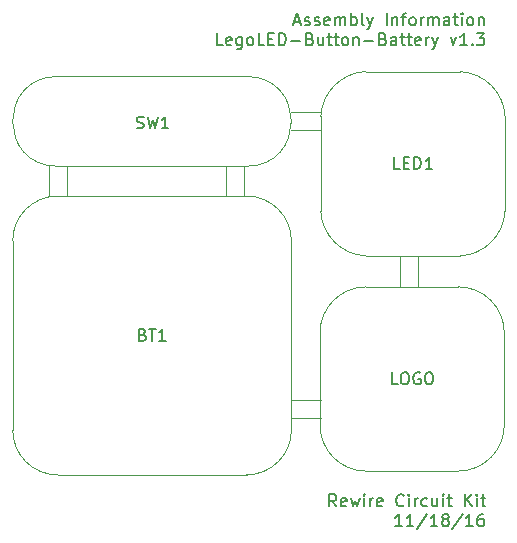
<source format=gbr>
G04 #@! TF.FileFunction,Other,Fab,Top*
%FSLAX46Y46*%
G04 Gerber Fmt 4.6, Leading zero omitted, Abs format (unit mm)*
G04 Created by KiCad (PCBNEW 4.0.4+e1-6308~48~ubuntu16.04.1-stable) date Tue Dec  6 20:41:16 2016*
%MOMM*%
%LPD*%
G01*
G04 APERTURE LIST*
%ADD10C,0.100000*%
%ADD11C,0.152400*%
%ADD12C,0.040640*%
%ADD13C,0.050000*%
%ADD14C,0.150000*%
G04 APERTURE END LIST*
D10*
D11*
X172899010Y-122049419D02*
X172560344Y-121565610D01*
X172318439Y-122049419D02*
X172318439Y-121033419D01*
X172705486Y-121033419D01*
X172802248Y-121081800D01*
X172850629Y-121130181D01*
X172899010Y-121226943D01*
X172899010Y-121372086D01*
X172850629Y-121468848D01*
X172802248Y-121517229D01*
X172705486Y-121565610D01*
X172318439Y-121565610D01*
X173721486Y-122001038D02*
X173624724Y-122049419D01*
X173431201Y-122049419D01*
X173334439Y-122001038D01*
X173286058Y-121904276D01*
X173286058Y-121517229D01*
X173334439Y-121420467D01*
X173431201Y-121372086D01*
X173624724Y-121372086D01*
X173721486Y-121420467D01*
X173769867Y-121517229D01*
X173769867Y-121613990D01*
X173286058Y-121710752D01*
X174108534Y-121372086D02*
X174302058Y-122049419D01*
X174495581Y-121565610D01*
X174689105Y-122049419D01*
X174882629Y-121372086D01*
X175269677Y-122049419D02*
X175269677Y-121372086D01*
X175269677Y-121033419D02*
X175221296Y-121081800D01*
X175269677Y-121130181D01*
X175318058Y-121081800D01*
X175269677Y-121033419D01*
X175269677Y-121130181D01*
X175753487Y-122049419D02*
X175753487Y-121372086D01*
X175753487Y-121565610D02*
X175801868Y-121468848D01*
X175850249Y-121420467D01*
X175947011Y-121372086D01*
X176043772Y-121372086D01*
X176769486Y-122001038D02*
X176672724Y-122049419D01*
X176479201Y-122049419D01*
X176382439Y-122001038D01*
X176334058Y-121904276D01*
X176334058Y-121517229D01*
X176382439Y-121420467D01*
X176479201Y-121372086D01*
X176672724Y-121372086D01*
X176769486Y-121420467D01*
X176817867Y-121517229D01*
X176817867Y-121613990D01*
X176334058Y-121710752D01*
X178607962Y-121952657D02*
X178559581Y-122001038D01*
X178414438Y-122049419D01*
X178317676Y-122049419D01*
X178172534Y-122001038D01*
X178075772Y-121904276D01*
X178027391Y-121807514D01*
X177979010Y-121613990D01*
X177979010Y-121468848D01*
X178027391Y-121275324D01*
X178075772Y-121178562D01*
X178172534Y-121081800D01*
X178317676Y-121033419D01*
X178414438Y-121033419D01*
X178559581Y-121081800D01*
X178607962Y-121130181D01*
X179043391Y-122049419D02*
X179043391Y-121372086D01*
X179043391Y-121033419D02*
X178995010Y-121081800D01*
X179043391Y-121130181D01*
X179091772Y-121081800D01*
X179043391Y-121033419D01*
X179043391Y-121130181D01*
X179527201Y-122049419D02*
X179527201Y-121372086D01*
X179527201Y-121565610D02*
X179575582Y-121468848D01*
X179623963Y-121420467D01*
X179720725Y-121372086D01*
X179817486Y-121372086D01*
X180591581Y-122001038D02*
X180494819Y-122049419D01*
X180301296Y-122049419D01*
X180204534Y-122001038D01*
X180156153Y-121952657D01*
X180107772Y-121855895D01*
X180107772Y-121565610D01*
X180156153Y-121468848D01*
X180204534Y-121420467D01*
X180301296Y-121372086D01*
X180494819Y-121372086D01*
X180591581Y-121420467D01*
X181462438Y-121372086D02*
X181462438Y-122049419D01*
X181027010Y-121372086D02*
X181027010Y-121904276D01*
X181075391Y-122001038D01*
X181172153Y-122049419D01*
X181317295Y-122049419D01*
X181414057Y-122001038D01*
X181462438Y-121952657D01*
X181946248Y-122049419D02*
X181946248Y-121372086D01*
X181946248Y-121033419D02*
X181897867Y-121081800D01*
X181946248Y-121130181D01*
X181994629Y-121081800D01*
X181946248Y-121033419D01*
X181946248Y-121130181D01*
X182284915Y-121372086D02*
X182671963Y-121372086D01*
X182430058Y-121033419D02*
X182430058Y-121904276D01*
X182478439Y-122001038D01*
X182575201Y-122049419D01*
X182671963Y-122049419D01*
X183784724Y-122049419D02*
X183784724Y-121033419D01*
X184365295Y-122049419D02*
X183929867Y-121468848D01*
X184365295Y-121033419D02*
X183784724Y-121613990D01*
X184800724Y-122049419D02*
X184800724Y-121372086D01*
X184800724Y-121033419D02*
X184752343Y-121081800D01*
X184800724Y-121130181D01*
X184849105Y-121081800D01*
X184800724Y-121033419D01*
X184800724Y-121130181D01*
X185139391Y-121372086D02*
X185526439Y-121372086D01*
X185284534Y-121033419D02*
X185284534Y-121904276D01*
X185332915Y-122001038D01*
X185429677Y-122049419D01*
X185526439Y-122049419D01*
X178462819Y-123725819D02*
X177882248Y-123725819D01*
X178172534Y-123725819D02*
X178172534Y-122709819D01*
X178075772Y-122854962D01*
X177979010Y-122951724D01*
X177882248Y-123000105D01*
X179430438Y-123725819D02*
X178849867Y-123725819D01*
X179140153Y-123725819D02*
X179140153Y-122709819D01*
X179043391Y-122854962D01*
X178946629Y-122951724D01*
X178849867Y-123000105D01*
X180591581Y-122661438D02*
X179720724Y-123967724D01*
X181462438Y-123725819D02*
X180881867Y-123725819D01*
X181172153Y-123725819D02*
X181172153Y-122709819D01*
X181075391Y-122854962D01*
X180978629Y-122951724D01*
X180881867Y-123000105D01*
X182043010Y-123145248D02*
X181946248Y-123096867D01*
X181897867Y-123048486D01*
X181849486Y-122951724D01*
X181849486Y-122903343D01*
X181897867Y-122806581D01*
X181946248Y-122758200D01*
X182043010Y-122709819D01*
X182236533Y-122709819D01*
X182333295Y-122758200D01*
X182381676Y-122806581D01*
X182430057Y-122903343D01*
X182430057Y-122951724D01*
X182381676Y-123048486D01*
X182333295Y-123096867D01*
X182236533Y-123145248D01*
X182043010Y-123145248D01*
X181946248Y-123193629D01*
X181897867Y-123242010D01*
X181849486Y-123338771D01*
X181849486Y-123532295D01*
X181897867Y-123629057D01*
X181946248Y-123677438D01*
X182043010Y-123725819D01*
X182236533Y-123725819D01*
X182333295Y-123677438D01*
X182381676Y-123629057D01*
X182430057Y-123532295D01*
X182430057Y-123338771D01*
X182381676Y-123242010D01*
X182333295Y-123193629D01*
X182236533Y-123145248D01*
X183591200Y-122661438D02*
X182720343Y-123967724D01*
X184462057Y-123725819D02*
X183881486Y-123725819D01*
X184171772Y-123725819D02*
X184171772Y-122709819D01*
X184075010Y-122854962D01*
X183978248Y-122951724D01*
X183881486Y-123000105D01*
X185332914Y-122709819D02*
X185139391Y-122709819D01*
X185042629Y-122758200D01*
X184994248Y-122806581D01*
X184897486Y-122951724D01*
X184849105Y-123145248D01*
X184849105Y-123532295D01*
X184897486Y-123629057D01*
X184945867Y-123677438D01*
X185042629Y-123725819D01*
X185236152Y-123725819D01*
X185332914Y-123677438D01*
X185381295Y-123629057D01*
X185429676Y-123532295D01*
X185429676Y-123290390D01*
X185381295Y-123193629D01*
X185332914Y-123145248D01*
X185236152Y-123096867D01*
X185042629Y-123096867D01*
X184945867Y-123145248D01*
X184897486Y-123193629D01*
X184849105Y-123290390D01*
X169367202Y-81017533D02*
X169851011Y-81017533D01*
X169270440Y-81307819D02*
X169609107Y-80291819D01*
X169947773Y-81307819D01*
X170238059Y-81259438D02*
X170334821Y-81307819D01*
X170528345Y-81307819D01*
X170625106Y-81259438D01*
X170673487Y-81162676D01*
X170673487Y-81114295D01*
X170625106Y-81017533D01*
X170528345Y-80969152D01*
X170383202Y-80969152D01*
X170286440Y-80920771D01*
X170238059Y-80824010D01*
X170238059Y-80775629D01*
X170286440Y-80678867D01*
X170383202Y-80630486D01*
X170528345Y-80630486D01*
X170625106Y-80678867D01*
X171060535Y-81259438D02*
X171157297Y-81307819D01*
X171350821Y-81307819D01*
X171447582Y-81259438D01*
X171495963Y-81162676D01*
X171495963Y-81114295D01*
X171447582Y-81017533D01*
X171350821Y-80969152D01*
X171205678Y-80969152D01*
X171108916Y-80920771D01*
X171060535Y-80824010D01*
X171060535Y-80775629D01*
X171108916Y-80678867D01*
X171205678Y-80630486D01*
X171350821Y-80630486D01*
X171447582Y-80678867D01*
X172318439Y-81259438D02*
X172221677Y-81307819D01*
X172028154Y-81307819D01*
X171931392Y-81259438D01*
X171883011Y-81162676D01*
X171883011Y-80775629D01*
X171931392Y-80678867D01*
X172028154Y-80630486D01*
X172221677Y-80630486D01*
X172318439Y-80678867D01*
X172366820Y-80775629D01*
X172366820Y-80872390D01*
X171883011Y-80969152D01*
X172802249Y-81307819D02*
X172802249Y-80630486D01*
X172802249Y-80727248D02*
X172850630Y-80678867D01*
X172947392Y-80630486D01*
X173092534Y-80630486D01*
X173189296Y-80678867D01*
X173237677Y-80775629D01*
X173237677Y-81307819D01*
X173237677Y-80775629D02*
X173286058Y-80678867D01*
X173382820Y-80630486D01*
X173527963Y-80630486D01*
X173624725Y-80678867D01*
X173673106Y-80775629D01*
X173673106Y-81307819D01*
X174156916Y-81307819D02*
X174156916Y-80291819D01*
X174156916Y-80678867D02*
X174253678Y-80630486D01*
X174447201Y-80630486D01*
X174543963Y-80678867D01*
X174592344Y-80727248D01*
X174640725Y-80824010D01*
X174640725Y-81114295D01*
X174592344Y-81211057D01*
X174543963Y-81259438D01*
X174447201Y-81307819D01*
X174253678Y-81307819D01*
X174156916Y-81259438D01*
X175221297Y-81307819D02*
X175124535Y-81259438D01*
X175076154Y-81162676D01*
X175076154Y-80291819D01*
X175511582Y-80630486D02*
X175753487Y-81307819D01*
X175995391Y-80630486D02*
X175753487Y-81307819D01*
X175656725Y-81549724D01*
X175608344Y-81598105D01*
X175511582Y-81646486D01*
X177156534Y-81307819D02*
X177156534Y-80291819D01*
X177640344Y-80630486D02*
X177640344Y-81307819D01*
X177640344Y-80727248D02*
X177688725Y-80678867D01*
X177785487Y-80630486D01*
X177930629Y-80630486D01*
X178027391Y-80678867D01*
X178075772Y-80775629D01*
X178075772Y-81307819D01*
X178414439Y-80630486D02*
X178801487Y-80630486D01*
X178559582Y-81307819D02*
X178559582Y-80436962D01*
X178607963Y-80340200D01*
X178704725Y-80291819D01*
X178801487Y-80291819D01*
X179285296Y-81307819D02*
X179188534Y-81259438D01*
X179140153Y-81211057D01*
X179091772Y-81114295D01*
X179091772Y-80824010D01*
X179140153Y-80727248D01*
X179188534Y-80678867D01*
X179285296Y-80630486D01*
X179430438Y-80630486D01*
X179527200Y-80678867D01*
X179575581Y-80727248D01*
X179623962Y-80824010D01*
X179623962Y-81114295D01*
X179575581Y-81211057D01*
X179527200Y-81259438D01*
X179430438Y-81307819D01*
X179285296Y-81307819D01*
X180059391Y-81307819D02*
X180059391Y-80630486D01*
X180059391Y-80824010D02*
X180107772Y-80727248D01*
X180156153Y-80678867D01*
X180252915Y-80630486D01*
X180349676Y-80630486D01*
X180688343Y-81307819D02*
X180688343Y-80630486D01*
X180688343Y-80727248D02*
X180736724Y-80678867D01*
X180833486Y-80630486D01*
X180978628Y-80630486D01*
X181075390Y-80678867D01*
X181123771Y-80775629D01*
X181123771Y-81307819D01*
X181123771Y-80775629D02*
X181172152Y-80678867D01*
X181268914Y-80630486D01*
X181414057Y-80630486D01*
X181510819Y-80678867D01*
X181559200Y-80775629D01*
X181559200Y-81307819D01*
X182478438Y-81307819D02*
X182478438Y-80775629D01*
X182430057Y-80678867D01*
X182333295Y-80630486D01*
X182139772Y-80630486D01*
X182043010Y-80678867D01*
X182478438Y-81259438D02*
X182381676Y-81307819D01*
X182139772Y-81307819D01*
X182043010Y-81259438D01*
X181994629Y-81162676D01*
X181994629Y-81065914D01*
X182043010Y-80969152D01*
X182139772Y-80920771D01*
X182381676Y-80920771D01*
X182478438Y-80872390D01*
X182817105Y-80630486D02*
X183204153Y-80630486D01*
X182962248Y-80291819D02*
X182962248Y-81162676D01*
X183010629Y-81259438D01*
X183107391Y-81307819D01*
X183204153Y-81307819D01*
X183542819Y-81307819D02*
X183542819Y-80630486D01*
X183542819Y-80291819D02*
X183494438Y-80340200D01*
X183542819Y-80388581D01*
X183591200Y-80340200D01*
X183542819Y-80291819D01*
X183542819Y-80388581D01*
X184171772Y-81307819D02*
X184075010Y-81259438D01*
X184026629Y-81211057D01*
X183978248Y-81114295D01*
X183978248Y-80824010D01*
X184026629Y-80727248D01*
X184075010Y-80678867D01*
X184171772Y-80630486D01*
X184316914Y-80630486D01*
X184413676Y-80678867D01*
X184462057Y-80727248D01*
X184510438Y-80824010D01*
X184510438Y-81114295D01*
X184462057Y-81211057D01*
X184413676Y-81259438D01*
X184316914Y-81307819D01*
X184171772Y-81307819D01*
X184945867Y-80630486D02*
X184945867Y-81307819D01*
X184945867Y-80727248D02*
X184994248Y-80678867D01*
X185091010Y-80630486D01*
X185236152Y-80630486D01*
X185332914Y-80678867D01*
X185381295Y-80775629D01*
X185381295Y-81307819D01*
X163271203Y-82984219D02*
X162787394Y-82984219D01*
X162787394Y-81968219D01*
X163996917Y-82935838D02*
X163900155Y-82984219D01*
X163706632Y-82984219D01*
X163609870Y-82935838D01*
X163561489Y-82839076D01*
X163561489Y-82452029D01*
X163609870Y-82355267D01*
X163706632Y-82306886D01*
X163900155Y-82306886D01*
X163996917Y-82355267D01*
X164045298Y-82452029D01*
X164045298Y-82548790D01*
X163561489Y-82645552D01*
X164916155Y-82306886D02*
X164916155Y-83129362D01*
X164867774Y-83226124D01*
X164819393Y-83274505D01*
X164722632Y-83322886D01*
X164577489Y-83322886D01*
X164480727Y-83274505D01*
X164916155Y-82935838D02*
X164819393Y-82984219D01*
X164625870Y-82984219D01*
X164529108Y-82935838D01*
X164480727Y-82887457D01*
X164432346Y-82790695D01*
X164432346Y-82500410D01*
X164480727Y-82403648D01*
X164529108Y-82355267D01*
X164625870Y-82306886D01*
X164819393Y-82306886D01*
X164916155Y-82355267D01*
X165545108Y-82984219D02*
X165448346Y-82935838D01*
X165399965Y-82887457D01*
X165351584Y-82790695D01*
X165351584Y-82500410D01*
X165399965Y-82403648D01*
X165448346Y-82355267D01*
X165545108Y-82306886D01*
X165690250Y-82306886D01*
X165787012Y-82355267D01*
X165835393Y-82403648D01*
X165883774Y-82500410D01*
X165883774Y-82790695D01*
X165835393Y-82887457D01*
X165787012Y-82935838D01*
X165690250Y-82984219D01*
X165545108Y-82984219D01*
X166803012Y-82984219D02*
X166319203Y-82984219D01*
X166319203Y-81968219D01*
X167141679Y-82452029D02*
X167480345Y-82452029D01*
X167625488Y-82984219D02*
X167141679Y-82984219D01*
X167141679Y-81968219D01*
X167625488Y-81968219D01*
X168060917Y-82984219D02*
X168060917Y-81968219D01*
X168302822Y-81968219D01*
X168447964Y-82016600D01*
X168544726Y-82113362D01*
X168593107Y-82210124D01*
X168641488Y-82403648D01*
X168641488Y-82548790D01*
X168593107Y-82742314D01*
X168544726Y-82839076D01*
X168447964Y-82935838D01*
X168302822Y-82984219D01*
X168060917Y-82984219D01*
X169076917Y-82597171D02*
X169851012Y-82597171D01*
X170673488Y-82452029D02*
X170818631Y-82500410D01*
X170867012Y-82548790D01*
X170915393Y-82645552D01*
X170915393Y-82790695D01*
X170867012Y-82887457D01*
X170818631Y-82935838D01*
X170721869Y-82984219D01*
X170334822Y-82984219D01*
X170334822Y-81968219D01*
X170673488Y-81968219D01*
X170770250Y-82016600D01*
X170818631Y-82064981D01*
X170867012Y-82161743D01*
X170867012Y-82258505D01*
X170818631Y-82355267D01*
X170770250Y-82403648D01*
X170673488Y-82452029D01*
X170334822Y-82452029D01*
X171786250Y-82306886D02*
X171786250Y-82984219D01*
X171350822Y-82306886D02*
X171350822Y-82839076D01*
X171399203Y-82935838D01*
X171495965Y-82984219D01*
X171641107Y-82984219D01*
X171737869Y-82935838D01*
X171786250Y-82887457D01*
X172124917Y-82306886D02*
X172511965Y-82306886D01*
X172270060Y-81968219D02*
X172270060Y-82839076D01*
X172318441Y-82935838D01*
X172415203Y-82984219D01*
X172511965Y-82984219D01*
X172705488Y-82306886D02*
X173092536Y-82306886D01*
X172850631Y-81968219D02*
X172850631Y-82839076D01*
X172899012Y-82935838D01*
X172995774Y-82984219D01*
X173092536Y-82984219D01*
X173576345Y-82984219D02*
X173479583Y-82935838D01*
X173431202Y-82887457D01*
X173382821Y-82790695D01*
X173382821Y-82500410D01*
X173431202Y-82403648D01*
X173479583Y-82355267D01*
X173576345Y-82306886D01*
X173721487Y-82306886D01*
X173818249Y-82355267D01*
X173866630Y-82403648D01*
X173915011Y-82500410D01*
X173915011Y-82790695D01*
X173866630Y-82887457D01*
X173818249Y-82935838D01*
X173721487Y-82984219D01*
X173576345Y-82984219D01*
X174350440Y-82306886D02*
X174350440Y-82984219D01*
X174350440Y-82403648D02*
X174398821Y-82355267D01*
X174495583Y-82306886D01*
X174640725Y-82306886D01*
X174737487Y-82355267D01*
X174785868Y-82452029D01*
X174785868Y-82984219D01*
X175269678Y-82597171D02*
X176043773Y-82597171D01*
X176866249Y-82452029D02*
X177011392Y-82500410D01*
X177059773Y-82548790D01*
X177108154Y-82645552D01*
X177108154Y-82790695D01*
X177059773Y-82887457D01*
X177011392Y-82935838D01*
X176914630Y-82984219D01*
X176527583Y-82984219D01*
X176527583Y-81968219D01*
X176866249Y-81968219D01*
X176963011Y-82016600D01*
X177011392Y-82064981D01*
X177059773Y-82161743D01*
X177059773Y-82258505D01*
X177011392Y-82355267D01*
X176963011Y-82403648D01*
X176866249Y-82452029D01*
X176527583Y-82452029D01*
X177979011Y-82984219D02*
X177979011Y-82452029D01*
X177930630Y-82355267D01*
X177833868Y-82306886D01*
X177640345Y-82306886D01*
X177543583Y-82355267D01*
X177979011Y-82935838D02*
X177882249Y-82984219D01*
X177640345Y-82984219D01*
X177543583Y-82935838D01*
X177495202Y-82839076D01*
X177495202Y-82742314D01*
X177543583Y-82645552D01*
X177640345Y-82597171D01*
X177882249Y-82597171D01*
X177979011Y-82548790D01*
X178317678Y-82306886D02*
X178704726Y-82306886D01*
X178462821Y-81968219D02*
X178462821Y-82839076D01*
X178511202Y-82935838D01*
X178607964Y-82984219D01*
X178704726Y-82984219D01*
X178898249Y-82306886D02*
X179285297Y-82306886D01*
X179043392Y-81968219D02*
X179043392Y-82839076D01*
X179091773Y-82935838D01*
X179188535Y-82984219D01*
X179285297Y-82984219D01*
X180011010Y-82935838D02*
X179914248Y-82984219D01*
X179720725Y-82984219D01*
X179623963Y-82935838D01*
X179575582Y-82839076D01*
X179575582Y-82452029D01*
X179623963Y-82355267D01*
X179720725Y-82306886D01*
X179914248Y-82306886D01*
X180011010Y-82355267D01*
X180059391Y-82452029D01*
X180059391Y-82548790D01*
X179575582Y-82645552D01*
X180494820Y-82984219D02*
X180494820Y-82306886D01*
X180494820Y-82500410D02*
X180543201Y-82403648D01*
X180591582Y-82355267D01*
X180688344Y-82306886D01*
X180785105Y-82306886D01*
X181027010Y-82306886D02*
X181268915Y-82984219D01*
X181510819Y-82306886D02*
X181268915Y-82984219D01*
X181172153Y-83226124D01*
X181123772Y-83274505D01*
X181027010Y-83322886D01*
X182575200Y-82306886D02*
X182817105Y-82984219D01*
X183059009Y-82306886D01*
X183978247Y-82984219D02*
X183397676Y-82984219D01*
X183687962Y-82984219D02*
X183687962Y-81968219D01*
X183591200Y-82113362D01*
X183494438Y-82210124D01*
X183397676Y-82258505D01*
X184413676Y-82887457D02*
X184462057Y-82935838D01*
X184413676Y-82984219D01*
X184365295Y-82935838D01*
X184413676Y-82887457D01*
X184413676Y-82984219D01*
X184800724Y-81968219D02*
X185429676Y-81968219D01*
X185091010Y-82355267D01*
X185236152Y-82355267D01*
X185332914Y-82403648D01*
X185381295Y-82452029D01*
X185429676Y-82548790D01*
X185429676Y-82790695D01*
X185381295Y-82887457D01*
X185332914Y-82935838D01*
X185236152Y-82984219D01*
X184945867Y-82984219D01*
X184849105Y-82935838D01*
X184800724Y-82887457D01*
D12*
X148590000Y-95758000D02*
X148590000Y-93218000D01*
X150114000Y-95758000D02*
X150114000Y-93218000D01*
X163576000Y-95758000D02*
X163576000Y-93218000D01*
X165100000Y-95758000D02*
X165100000Y-93218000D01*
X169037000Y-113030000D02*
X171577000Y-113030000D01*
X169037000Y-114554000D02*
X171577000Y-114554000D01*
X179832000Y-100838000D02*
X179832000Y-103378000D01*
X178308000Y-100838000D02*
X178308000Y-103378000D01*
X171577000Y-90170000D02*
X169037000Y-90170000D01*
X171577000Y-88646000D02*
X169037000Y-88646000D01*
D13*
X187190625Y-89017028D02*
G75*
G03X183387000Y-85227000I-3999066J-209764D01*
G01*
X171587000Y-97027000D02*
X171587000Y-89027000D01*
X183387000Y-100827000D02*
X175387000Y-100827000D01*
X183387000Y-85227000D02*
X175387000Y-85227000D01*
X187187000Y-97027000D02*
X187187000Y-89027000D01*
X175377028Y-85223375D02*
G75*
G03X171587000Y-89027000I209764J-3999066D01*
G01*
X183396972Y-100830625D02*
G75*
G03X187187000Y-97027000I-209764J3999066D01*
G01*
X171583375Y-97036972D02*
G75*
G03X175387000Y-100827000I3999066J209764D01*
G01*
X165297201Y-93242401D02*
X149297201Y-93242401D01*
X149297201Y-85642401D02*
X165297201Y-85642401D01*
X149297201Y-85642401D02*
G75*
G03X149297201Y-93242401I0J-3800000D01*
G01*
X165297201Y-93242401D02*
G75*
G03X165297201Y-85642401I0J3800000D01*
G01*
D12*
X183224000Y-103452000D02*
X175424000Y-103452000D01*
X183224000Y-119052000D02*
X175424000Y-119052000D01*
X187124000Y-115152000D02*
X187124000Y-107352000D01*
X171524000Y-115152000D02*
X171524000Y-107352000D01*
X187124000Y-107352000D02*
G75*
G03X183224000Y-103452000I-3900000J0D01*
G01*
X183224000Y-119052000D02*
G75*
G03X187124000Y-115152000I0J3900000D01*
G01*
X171524000Y-115152000D02*
G75*
G03X175424000Y-119052000I3900000J0D01*
G01*
X175424000Y-103452000D02*
G75*
G03X171524000Y-107352000I0J-3900000D01*
G01*
D13*
X165301200Y-95768000D02*
X149301200Y-95768000D01*
X169101200Y-115568000D02*
X169101200Y-99568000D01*
X145501200Y-115568000D02*
X145501200Y-99568000D01*
X165301200Y-119368000D02*
X149301200Y-119368000D01*
X165301200Y-119368000D02*
G75*
G03X169101200Y-115568000I0J3800000D01*
G01*
X169101200Y-99568000D02*
G75*
G03X165301200Y-95768000I-3800000J0D01*
G01*
X149301200Y-95768000D02*
G75*
G03X145501200Y-99568000I0J-3800000D01*
G01*
X145501200Y-115568000D02*
G75*
G03X149301200Y-119368000I3800000J0D01*
G01*
D14*
X178267953Y-93479381D02*
X177791762Y-93479381D01*
X177791762Y-92479381D01*
X178601286Y-92955571D02*
X178934620Y-92955571D01*
X179077477Y-93479381D02*
X178601286Y-93479381D01*
X178601286Y-92479381D01*
X179077477Y-92479381D01*
X179506048Y-93479381D02*
X179506048Y-92479381D01*
X179744143Y-92479381D01*
X179887001Y-92527000D01*
X179982239Y-92622238D01*
X180029858Y-92717476D01*
X180077477Y-92907952D01*
X180077477Y-93050810D01*
X180029858Y-93241286D01*
X179982239Y-93336524D01*
X179887001Y-93431762D01*
X179744143Y-93479381D01*
X179506048Y-93479381D01*
X181029858Y-93479381D02*
X180458429Y-93479381D01*
X180744143Y-93479381D02*
X180744143Y-92479381D01*
X180648905Y-92622238D01*
X180553667Y-92717476D01*
X180458429Y-92765095D01*
X156013868Y-89997163D02*
X156156725Y-90044782D01*
X156394821Y-90044782D01*
X156490059Y-89997163D01*
X156537678Y-89949544D01*
X156585297Y-89854306D01*
X156585297Y-89759068D01*
X156537678Y-89663830D01*
X156490059Y-89616211D01*
X156394821Y-89568591D01*
X156204344Y-89520972D01*
X156109106Y-89473353D01*
X156061487Y-89425734D01*
X156013868Y-89330496D01*
X156013868Y-89235258D01*
X156061487Y-89140020D01*
X156109106Y-89092401D01*
X156204344Y-89044782D01*
X156442440Y-89044782D01*
X156585297Y-89092401D01*
X156918630Y-89044782D02*
X157156725Y-90044782D01*
X157347202Y-89330496D01*
X157537678Y-90044782D01*
X157775773Y-89044782D01*
X158680535Y-90044782D02*
X158109106Y-90044782D01*
X158394820Y-90044782D02*
X158394820Y-89044782D01*
X158299582Y-89187639D01*
X158204344Y-89282877D01*
X158109106Y-89330496D01*
X178085905Y-111704381D02*
X177609714Y-111704381D01*
X177609714Y-110704381D01*
X178609714Y-110704381D02*
X178800191Y-110704381D01*
X178895429Y-110752000D01*
X178990667Y-110847238D01*
X179038286Y-111037714D01*
X179038286Y-111371048D01*
X178990667Y-111561524D01*
X178895429Y-111656762D01*
X178800191Y-111704381D01*
X178609714Y-111704381D01*
X178514476Y-111656762D01*
X178419238Y-111561524D01*
X178371619Y-111371048D01*
X178371619Y-111037714D01*
X178419238Y-110847238D01*
X178514476Y-110752000D01*
X178609714Y-110704381D01*
X179990667Y-110752000D02*
X179895429Y-110704381D01*
X179752572Y-110704381D01*
X179609714Y-110752000D01*
X179514476Y-110847238D01*
X179466857Y-110942476D01*
X179419238Y-111132952D01*
X179419238Y-111275810D01*
X179466857Y-111466286D01*
X179514476Y-111561524D01*
X179609714Y-111656762D01*
X179752572Y-111704381D01*
X179847810Y-111704381D01*
X179990667Y-111656762D01*
X180038286Y-111609143D01*
X180038286Y-111275810D01*
X179847810Y-111275810D01*
X180657333Y-110704381D02*
X180847810Y-110704381D01*
X180943048Y-110752000D01*
X181038286Y-110847238D01*
X181085905Y-111037714D01*
X181085905Y-111371048D01*
X181038286Y-111561524D01*
X180943048Y-111656762D01*
X180847810Y-111704381D01*
X180657333Y-111704381D01*
X180562095Y-111656762D01*
X180466857Y-111561524D01*
X180419238Y-111371048D01*
X180419238Y-111037714D01*
X180466857Y-110847238D01*
X180562095Y-110752000D01*
X180657333Y-110704381D01*
X156515486Y-107496571D02*
X156658343Y-107544190D01*
X156705962Y-107591810D01*
X156753581Y-107687048D01*
X156753581Y-107829905D01*
X156705962Y-107925143D01*
X156658343Y-107972762D01*
X156563105Y-108020381D01*
X156182152Y-108020381D01*
X156182152Y-107020381D01*
X156515486Y-107020381D01*
X156610724Y-107068000D01*
X156658343Y-107115619D01*
X156705962Y-107210857D01*
X156705962Y-107306095D01*
X156658343Y-107401333D01*
X156610724Y-107448952D01*
X156515486Y-107496571D01*
X156182152Y-107496571D01*
X157039295Y-107020381D02*
X157610724Y-107020381D01*
X157325009Y-108020381D02*
X157325009Y-107020381D01*
X158467867Y-108020381D02*
X157896438Y-108020381D01*
X158182152Y-108020381D02*
X158182152Y-107020381D01*
X158086914Y-107163238D01*
X157991676Y-107258476D01*
X157896438Y-107306095D01*
M02*

</source>
